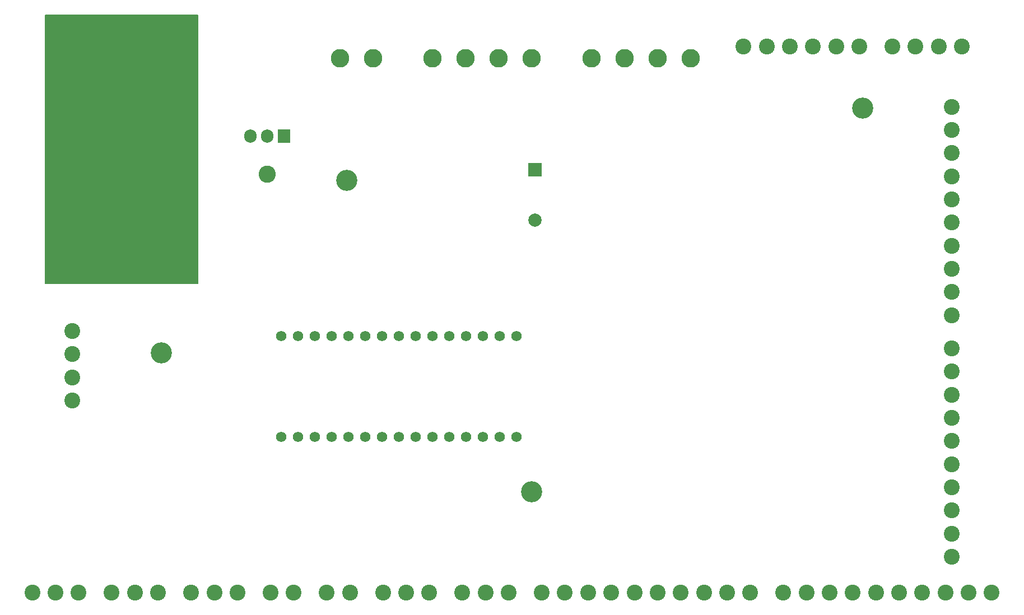
<source format=gbr>
%TF.GenerationSoftware,KiCad,Pcbnew,(7.0.0)*%
%TF.CreationDate,2023-05-23T17:02:05+02:00*%
%TF.ProjectId,Kettcar_Control_HW,4b657474-6361-4725-9f43-6f6e74726f6c,1.0*%
%TF.SameCoordinates,Original*%
%TF.FileFunction,Soldermask,Bot*%
%TF.FilePolarity,Negative*%
%FSLAX46Y46*%
G04 Gerber Fmt 4.6, Leading zero omitted, Abs format (unit mm)*
G04 Created by KiCad (PCBNEW (7.0.0)) date 2023-05-23 17:02:05*
%MOMM*%
%LPD*%
G01*
G04 APERTURE LIST*
%ADD10C,0.150000*%
%ADD11C,2.400000*%
%ADD12C,8.000000*%
%ADD13R,2.000000X2.000000*%
%ADD14C,2.000000*%
%ADD15C,2.800000*%
%ADD16C,5.500000*%
%ADD17R,1.905000X2.000000*%
%ADD18O,1.905000X2.000000*%
%ADD19C,2.600000*%
%ADD20C,3.200000*%
%ADD21C,1.574800*%
G04 APERTURE END LIST*
D10*
X34500000Y-54000000D02*
X57500000Y-54000000D01*
X57500000Y-54000000D02*
X57500000Y-94500000D01*
X57500000Y-94500000D02*
X34500000Y-94500000D01*
X34500000Y-94500000D02*
X34500000Y-54000000D01*
G36*
X34500000Y-54000000D02*
G01*
X57500000Y-54000000D01*
X57500000Y-94500000D01*
X34500000Y-94500000D01*
X34500000Y-54000000D01*
G37*
D11*
%TO.C,J9*%
X141000000Y-141250000D03*
X137500000Y-141250000D03*
X134000000Y-141250000D03*
X130500000Y-141250000D03*
X127000000Y-141250000D03*
X123500000Y-141250000D03*
X120000000Y-141250000D03*
X116500000Y-141250000D03*
X113000000Y-141250000D03*
X109500000Y-141250000D03*
%TD*%
%TO.C,J10*%
X39500000Y-141250000D03*
X36000000Y-141250000D03*
X32500000Y-141250000D03*
%TD*%
D12*
%TO.C,J4*%
X39500000Y-59000000D03*
X39500000Y-70000000D03*
%TD*%
D11*
%TO.C,J11*%
X38500000Y-112250000D03*
X38500000Y-108750000D03*
X38500000Y-105250000D03*
X38500000Y-101750000D03*
%TD*%
%TO.C,J13*%
X177500000Y-141250000D03*
X174000000Y-141250000D03*
X170500000Y-141250000D03*
X167000000Y-141250000D03*
X163500000Y-141250000D03*
X160000000Y-141250000D03*
X156500000Y-141250000D03*
X153000000Y-141250000D03*
X149500000Y-141250000D03*
X146000000Y-141250000D03*
%TD*%
D13*
%TO.C,LS1*%
X108449999Y-77349999D03*
D14*
X108450000Y-84950000D03*
%TD*%
D15*
%TO.C,J12*%
X79000000Y-60500000D03*
X84000000Y-60500000D03*
%TD*%
D11*
%TO.C,J18*%
X72000000Y-141250000D03*
X68500000Y-141250000D03*
%TD*%
%TO.C,J20*%
X63500000Y-141250000D03*
X60000000Y-141250000D03*
X56500000Y-141250000D03*
%TD*%
D16*
%TO.C,J6*%
X49600000Y-81000000D03*
X42400000Y-81000000D03*
%TD*%
D17*
%TO.C,Q8*%
X70539999Y-72249999D03*
D18*
X67999999Y-72249999D03*
X65459999Y-72249999D03*
%TD*%
D11*
%TO.C,J19*%
X171500000Y-67850000D03*
X171500000Y-71350000D03*
X171500000Y-74850000D03*
X171500000Y-78350000D03*
X171500000Y-81850000D03*
X171500000Y-85350000D03*
X171500000Y-88850000D03*
X171500000Y-92350000D03*
X171500000Y-95850000D03*
X171500000Y-99350000D03*
%TD*%
%TO.C,J21*%
X51500000Y-141250000D03*
X48000000Y-141250000D03*
X44500000Y-141250000D03*
%TD*%
%TO.C,J16*%
X92500000Y-141250000D03*
X89000000Y-141250000D03*
X85500000Y-141250000D03*
%TD*%
D15*
%TO.C,J3*%
X117000000Y-60500000D03*
X122000000Y-60500000D03*
X127000000Y-60500000D03*
X132000000Y-60500000D03*
%TD*%
D19*
%TO.C,REF\u002A\u002A*%
X68000000Y-78000000D03*
%TD*%
D11*
%TO.C,J5*%
X140000000Y-58750000D03*
X143500000Y-58750000D03*
X147000000Y-58750000D03*
X150500000Y-58750000D03*
X154000000Y-58750000D03*
X157500000Y-58750000D03*
%TD*%
%TO.C,J14*%
X171500000Y-104350000D03*
X171500000Y-107850000D03*
X171500000Y-111350000D03*
X171500000Y-114850000D03*
X171500000Y-118350000D03*
X171500000Y-121850000D03*
X171500000Y-125350000D03*
X171500000Y-128850000D03*
X171500000Y-132350000D03*
X171500000Y-135850000D03*
%TD*%
D20*
%TO.C,REF\u002A\u002A*%
X158000000Y-68000000D03*
%TD*%
D11*
%TO.C,J17*%
X104500000Y-141250000D03*
X101000000Y-141250000D03*
X97500000Y-141250000D03*
%TD*%
D20*
%TO.C,REF\u002A\u002A*%
X52000000Y-105000000D03*
%TD*%
D12*
%TO.C,J1*%
X52500000Y-70000000D03*
X52500000Y-59000000D03*
%TD*%
D11*
%TO.C,J15*%
X80500000Y-141250000D03*
X77000000Y-141250000D03*
%TD*%
D15*
%TO.C,J2*%
X93000000Y-60500000D03*
X98000000Y-60500000D03*
X103000000Y-60500000D03*
X108000000Y-60500000D03*
%TD*%
D11*
%TO.C,J8*%
X162500000Y-58750000D03*
X166000000Y-58750000D03*
X169500000Y-58750000D03*
X173000000Y-58750000D03*
%TD*%
D20*
%TO.C,REF\u002A\u002A*%
X80000000Y-79000000D03*
%TD*%
D16*
%TO.C,J7*%
X49600000Y-90700000D03*
X42400000Y-90700000D03*
%TD*%
D21*
%TO.C,U4*%
X70140000Y-117740000D03*
X72680000Y-117740000D03*
X75220000Y-117740000D03*
X77760000Y-117740000D03*
X80300000Y-117740000D03*
X82840000Y-117740000D03*
X85380000Y-117740000D03*
X87920000Y-117740000D03*
X90460000Y-117740000D03*
X93000000Y-117740000D03*
X95540000Y-117740000D03*
X98080000Y-117740000D03*
X100620000Y-117740000D03*
X103160000Y-117740000D03*
X105700000Y-117740000D03*
X105700000Y-102500000D03*
X103160000Y-102500000D03*
X100620000Y-102500000D03*
X98080000Y-102500000D03*
X95540000Y-102500000D03*
X93000000Y-102500000D03*
X90460000Y-102500000D03*
X87920000Y-102500000D03*
X85380000Y-102500000D03*
X82840000Y-102500000D03*
X80300000Y-102500000D03*
X77760000Y-102500000D03*
X75220000Y-102500000D03*
X72680000Y-102500000D03*
X70140000Y-102500000D03*
%TD*%
D20*
%TO.C,REF\u002A\u002A*%
X108000000Y-126000000D03*
%TD*%
M02*

</source>
